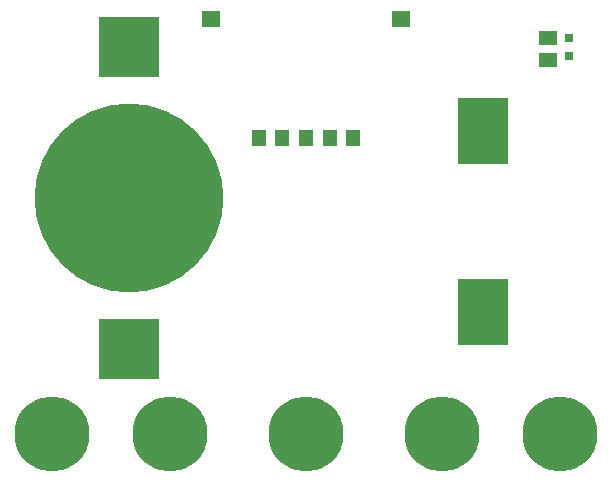
<source format=gbr>
G04 DipTrace 3.3.1.1*
G04 TopAssy.gbr*
%MOIN*%
G04 #@! TF.FileFunction,Drawing,Top*
G04 #@! TF.Part,Single*
%ADD16R,0.031496X0.031496*%
G04 #@! TA.AperFunction,ComponentPad*
%ADD17C,0.25*%
%ADD19R,0.200787X0.200787*%
%ADD20C,0.629921*%
%ADD24R,0.169291X0.224409*%
%ADD25R,0.059055X0.051181*%
%ADD31R,0.059055X0.055118*%
%ADD32R,0.047244X0.055118*%
%FSLAX26Y26*%
G04*
G70*
G90*
G75*
G01*
G04 TopAssy*
%LPD*%
D16*
X2272638Y1948672D3*
Y1889617D3*
D17*
X551181Y629923D3*
X944882D3*
X1397638D3*
X1850394D3*
X2244094D3*
D19*
X807086Y913387D3*
D20*
Y1417324D3*
D19*
Y1921261D3*
D24*
X1988189Y1037403D3*
Y1639765D3*
D25*
X2203887Y1875986D3*
Y1950789D3*
D31*
X1714567Y2011812D3*
X1080709D3*
D32*
X1397638Y1618112D3*
X1476378D3*
X1318898D3*
X1240157D3*
X1555118D3*
M02*

</source>
